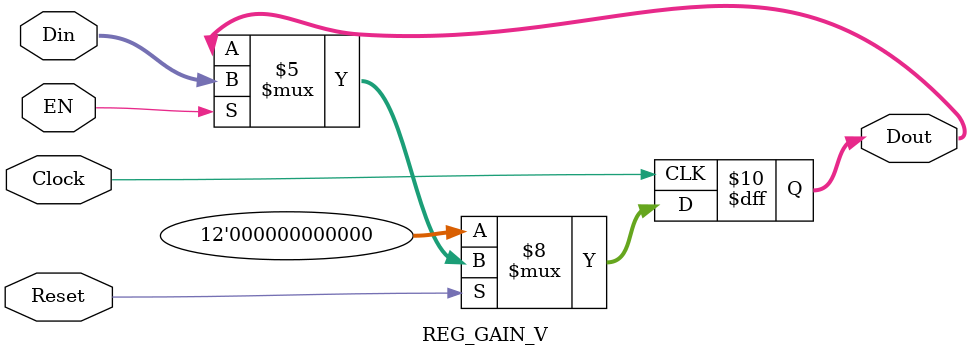
<source format=v>
`timescale	1ns/1ps

module	REG_GAIN_V(Dout, Din, EN, Clock, Reset)	;

output	[11:0]	Dout	;
reg	[11:0]	Dout	;

input	[11:0]	Din	;
wire	[11:0]	Din	;

input	EN	;
wire	EN	;

input	Clock, Reset	;
wire	Clock, Reset	;


always	@(posedge	Clock)
	begin
		if ( Reset == 1'b0 )
			begin
				Dout <= 12'b0000_0000_0000	;
			end
		else if ( EN == 1'b1 )
			begin
				Dout <= Din	;
			end
		else
			begin
				Dout <= Dout	;
			end
	end

endmodule

</source>
